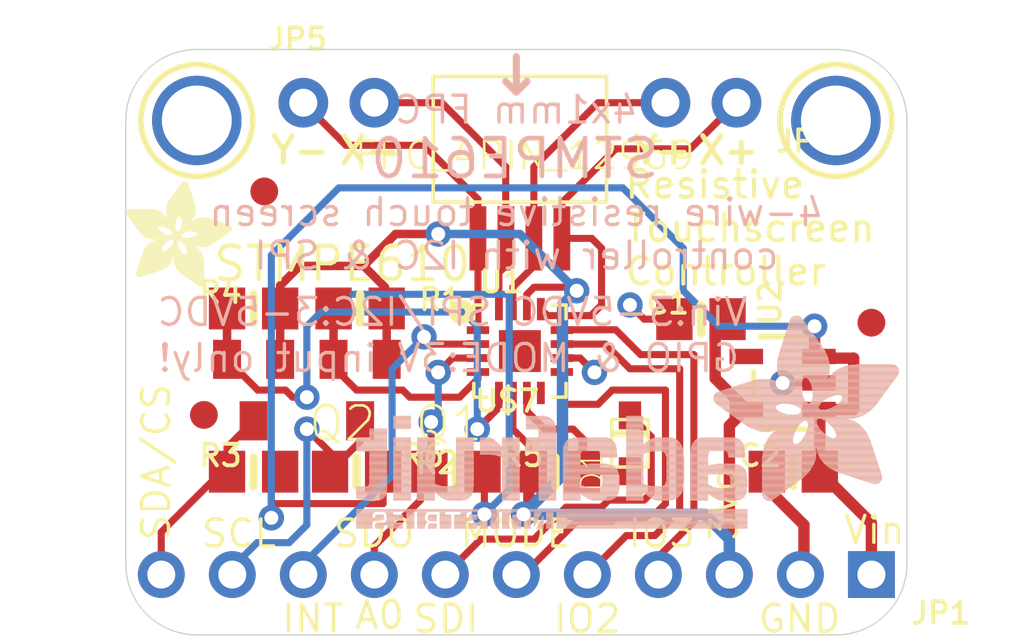
<source format=kicad_pcb>
(kicad_pcb (version 20171130) (host pcbnew "(5.1.5)-3")
  (layers (0 Top signal) (31 Bottom signal) (34 B.Paste user) (35 F.Paste user) (36 B.SilkS user) (37 F.SilkS user) (38 B.Mask user) (39 F.Mask user) (44 Edge.Cuts user))
  (net 0 "")
  (net 1 GND)
  (net 2 +3V3)
  (net 3 +5V)
  (net 4 /X-)
  (net 5 /Y+)
  (net 6 /X+)
  (net 7 /GPIO3)
  (net 8 /GPIO2)
  (net 9 /MODE)
  (net 10 "Net-(U1-PadP$8)")
  (net 11 /MOSI_3V)
  (net 12 /SDA_3V)
  (net 13 /SCL_3V)
  (net 14 /A0)
  (net 15 /INT)
  (net 16 /Y-)
  (net 17 /SDA_5V)
  (net 18 /SCL_5V)
  (net 19 /MOSI_5V)
  (net 20 "Net-(U2-Pad4)")
  (module "Adafruit STMPE610:QFN16_3MM" (layer Top) (at 148.6281 105.3211)
    (fp_text reference U1 (at -1.524 -2.032) (layer F.SilkS) (effects (font (size 0.77216 0.77216) (thickness 0.138988)) (justify left bottom)))
    (fp_text value STMPE610)
    (pad P$16 smd rect (at -0.75 -1.5 270) (size 0.8 0.28) (layers Top F.Paste F.Mask) (net 4 /X-))
    (pad P$15 smd rect (at -0.25 -1.5 270) (size 0.8 0.28) (layers Top F.Paste F.Mask) (net 5 /Y+))
    (pad P$14 smd rect (at 0.25 -1.5 270) (size 0.8 0.28) (layers Top F.Paste F.Mask) (net 2 +3V3))
    (pad P$13 smd rect (at 0.75 -1.5 270) (size 0.8 0.28) (layers Top F.Paste F.Mask) (net 6 /X+))
    (pad P$12 smd rect (at 1.5 -0.75 180) (size 0.8 0.28) (layers Top F.Paste F.Mask) (net 7 /GPIO3))
    (pad P$11 smd rect (at 1.5 -0.25 180) (size 0.8 0.28) (layers Top F.Paste F.Mask) (net 8 /GPIO2))
    (pad P$10 smd rect (at 1.5 0.25 180) (size 0.8 0.28) (layers Top F.Paste F.Mask) (net 1 GND))
    (pad P$9 smd rect (at 1.5 0.75 180) (size 0.8 0.28) (layers Top F.Paste F.Mask) (net 9 /MODE))
    (pad P$8 smd rect (at 0.75 1.5 90) (size 0.8 0.28) (layers Top F.Paste F.Mask) (net 10 "Net-(U1-PadP$8)"))
    (pad P$7 smd rect (at 0.25 1.5 90) (size 0.8 0.28) (layers Top F.Paste F.Mask) (net 11 /MOSI_3V))
    (pad P$6 smd rect (at -0.25 1.5 90) (size 0.8 0.28) (layers Top F.Paste F.Mask) (net 2 +3V3))
    (pad P$5 smd rect (at -0.75 1.5 90) (size 0.8 0.28) (layers Top F.Paste F.Mask) (net 12 /SDA_3V))
    (pad P$4 smd rect (at -1.5 0.75) (size 0.8 0.28) (layers Top F.Paste F.Mask) (net 13 /SCL_3V))
    (pad P$3 smd rect (at -1.5 0.25) (size 0.8 0.28) (layers Top F.Paste F.Mask) (net 14 /A0))
    (pad P$2 smd rect (at -1.5 -0.25) (size 0.8 0.28) (layers Top F.Paste F.Mask) (net 15 /INT))
    (pad P$1 smd rect (at -1.5 -0.75) (size 0.8 0.28) (layers Top F.Paste F.Mask) (net 16 /Y-))
    (pad THERMAL smd rect (at 0 0) (size 1.5 1.5) (layers Top F.Mask))
  )
  (module "Adafruit STMPE610:0805-NO" (layer Top) (at 155.1051 104.1781 180)
    (fp_text reference C1 (at 2.032 0.127) (layer F.SilkS) (effects (font (size 0.77216 0.77216) (thickness 0.138988)) (justify left bottom)))
    (fp_text value 0.1uF)
    (pad 2 smd rect (at 0.95 0 180) (size 1.3 1.5) (layers Top F.Paste F.Mask) (net 1 GND))
    (pad 1 smd rect (at -0.95 0 180) (size 1.3 1.5) (layers Top F.Paste F.Mask) (net 2 +3V3))
  )
  (module "Adafruit STMPE610:MOUNTINGHOLE_2.5_PLATED" (layer Top) (at 137.0711 97.0661)
    (fp_text reference U$4 hide)
    (fp_text value MOUNTINGHOLE2.5 hide)
    (pad P$1 thru_hole circle (at 0 0) (size 3.2 3.2) (drill 2.5) (layers *.Cu *.Mask))
  )
  (module "Adafruit STMPE610:MOUNTINGHOLE_2.5_PLATED" (layer Top) (at 159.9311 97.0661)
    (fp_text reference U$5 hide)
    (fp_text value MOUNTINGHOLE2.5 hide)
    (pad P$1 thru_hole circle (at 0 0) (size 3.2 3.2) (drill 2.5) (layers *.Cu *.Mask))
  )
  (module "Adafruit STMPE610:FIDUCIAL_1MM" (layer Top) (at 139.4841 99.6061)
    (fp_text reference FID1 hide)
    (fp_text value FIDUCIAL"" hide)
    (pad 1 smd roundrect (at 0 0) (size 1 1) (layers Top F.Mask) (roundrect_rratio 0.5))
  )
  (module "Adafruit STMPE610:FIDUCIAL_1MM" (layer Top) (at 161.2011 104.3051)
    (fp_text reference FID2 hide)
    (fp_text value FIDUCIAL"" hide)
    (pad 1 smd roundrect (at 0 0) (size 1 1) (layers Top F.Mask) (roundrect_rratio 0.5))
  )
  (module "Adafruit STMPE610:ADAFRUIT_TEXT_20MM" (layer Bottom) (at 162.3441 111.6711 180)
    (fp_text reference U$6 hide)
    (fp_text value "" hide)
  )
  (module "Adafruit STMPE610:SOT23" (layer Top) (at 139.1031 106.7181 180)
    (fp_text reference Q2 (at -1.905 -1.905) (layer F.SilkS) (effects (font (size 1.2065 1.2065) (thickness 0.09652)) (justify left bottom)))
    (fp_text value BSS138)
    (pad 1 smd rect (at -0.95 1.1 180) (size 1 1.4) (layers Top F.Paste F.Mask) (net 2 +3V3))
    (pad 2 smd rect (at 0.95 1.1 180) (size 1 1.4) (layers Top F.Paste F.Mask) (net 12 /SDA_3V))
    (pad 3 smd rect (at 0 -1.1 180) (size 1 1.4) (layers Top F.Paste F.Mask) (net 17 /SDA_5V))
  )
  (module "Adafruit STMPE610:SOT23" (layer Top) (at 142.9131 106.7181 180)
    (fp_text reference Q1 (at -1.905 -1.905) (layer F.SilkS) (effects (font (size 1.2065 1.2065) (thickness 0.09652)) (justify left bottom)))
    (fp_text value BSS138)
    (pad 1 smd rect (at -0.95 1.1 180) (size 1 1.4) (layers Top F.Paste F.Mask) (net 2 +3V3))
    (pad 2 smd rect (at 0.95 1.1 180) (size 1 1.4) (layers Top F.Paste F.Mask) (net 13 /SCL_3V))
    (pad 3 smd rect (at 0 -1.1 180) (size 1 1.4) (layers Top F.Paste F.Mask) (net 18 /SCL_5V))
  )
  (module "Adafruit STMPE610:0805-NO" (layer Top) (at 142.7861 109.6391)
    (fp_text reference R2 (at 2.032 0.127) (layer F.SilkS) (effects (font (size 0.77216 0.77216) (thickness 0.138988)) (justify left bottom)))
    (fp_text value 10K)
    (pad 2 smd rect (at 0.95 0) (size 1.3 1.5) (layers Top F.Paste F.Mask) (net 3 +5V))
    (pad 1 smd rect (at -0.95 0) (size 1.3 1.5) (layers Top F.Paste F.Mask) (net 18 /SCL_5V))
  )
  (module "Adafruit STMPE610:0805-NO" (layer Top) (at 139.1031 109.6391 180)
    (fp_text reference R3 (at 2.032 0.127) (layer F.SilkS) (effects (font (size 0.77216 0.77216) (thickness 0.138988)) (justify left bottom)))
    (fp_text value 10K)
    (pad 2 smd rect (at 0.95 0 180) (size 1.3 1.5) (layers Top F.Paste F.Mask) (net 17 /SDA_5V))
    (pad 1 smd rect (at -0.95 0 180) (size 1.3 1.5) (layers Top F.Paste F.Mask) (net 3 +5V))
  )
  (module "Adafruit STMPE610:0805-NO" (layer Top) (at 139.1031 103.7971 180)
    (fp_text reference R4 (at 2.032 0.127) (layer F.SilkS) (effects (font (size 0.77216 0.77216) (thickness 0.138988)) (justify left bottom)))
    (fp_text value 10K)
    (pad 2 smd rect (at 0.95 0 180) (size 1.3 1.5) (layers Top F.Paste F.Mask) (net 12 /SDA_3V))
    (pad 1 smd rect (at -0.95 0 180) (size 1.3 1.5) (layers Top F.Paste F.Mask) (net 2 +3V3))
  )
  (module "Adafruit STMPE610:0805-NO" (layer Top) (at 142.9131 103.7971)
    (fp_text reference R1 (at 2.032 0.127) (layer F.SilkS) (effects (font (size 0.77216 0.77216) (thickness 0.138988)) (justify left bottom)))
    (fp_text value 10K)
    (pad 2 smd rect (at 0.95 0) (size 1.3 1.5) (layers Top F.Paste F.Mask) (net 2 +3V3))
    (pad 1 smd rect (at -0.95 0) (size 1.3 1.5) (layers Top F.Paste F.Mask) (net 13 /SCL_3V))
  )
  (module "Adafruit STMPE610:SOD-323F" (layer Top) (at 152.5651 108.6231 90)
    (fp_text reference D1 (at -1.8 -0.9 90) (layer F.SilkS) (effects (font (size 0.77216 0.77216) (thickness 0.061772)) (justify left bottom)))
    (fp_text value 1N4148)
    (pad C smd rect (at 1 0 90) (size 1 0.8) (layers Top F.Paste F.Mask) (net 19 /MOSI_5V))
    (pad A smd rect (at -1 0 90) (size 1 0.8) (layers Top F.Paste F.Mask) (net 11 /MOSI_3V))
  )
  (module "Adafruit STMPE610:0805-NO" (layer Top) (at 158.4071 109.6391 180)
    (fp_text reference C2 (at 2.032 0.127) (layer F.SilkS) (effects (font (size 0.77216 0.77216) (thickness 0.138988)) (justify left bottom)))
    (fp_text value 10uF)
    (pad 2 smd rect (at 0.95 0 180) (size 1.3 1.5) (layers Top F.Paste F.Mask) (net 1 GND))
    (pad 1 smd rect (at -0.95 0 180) (size 1.3 1.5) (layers Top F.Paste F.Mask) (net 3 +5V))
  )
  (module "Adafruit STMPE610:SOT23-5" (layer Top) (at 158.0261 106.4641 90)
    (fp_text reference U2 (at 1.978 0 90) (layer F.SilkS) (effects (font (size 0.77216 0.77216) (thickness 0.138988)) (justify left bottom)))
    (fp_text value MIC5225-3.3)
    (pad 5 smd rect (at -0.95 -1.3001 90) (size 0.55 1.2) (layers Top F.Paste F.Mask) (net 2 +3V3))
    (pad 4 smd rect (at 0.95 -1.3001 90) (size 0.55 1.2) (layers Top F.Paste F.Mask) (net 20 "Net-(U2-Pad4)"))
    (pad 3 smd rect (at 0.95 1.3001 90) (size 0.55 1.2) (layers Top F.Paste F.Mask) (net 3 +5V))
    (pad 2 smd rect (at 0 1.3001 90) (size 0.55 1.2) (layers Top F.Paste F.Mask) (net 1 GND))
    (pad 1 smd rect (at -0.95 1.3001 90) (size 0.55 1.2) (layers Top F.Paste F.Mask) (net 3 +5V))
  )
  (module "Adafruit STMPE610:0805-NO" (layer Top) (at 149.8981 109.6391 180)
    (fp_text reference R5 (at 2.032 0.127) (layer F.SilkS) (effects (font (size 0.77216 0.77216) (thickness 0.138988)) (justify left bottom)))
    (fp_text value 10K)
    (pad 2 smd rect (at 0.95 0 180) (size 1.3 1.5) (layers Top F.Paste F.Mask) (net 2 +3V3))
    (pad 1 smd rect (at -0.95 0 180) (size 1.3 1.5) (layers Top F.Paste F.Mask) (net 11 /MOSI_3V))
  )
  (module "Adafruit STMPE610:0805-NO" (layer Top) (at 146.3421 109.6391 180)
    (fp_text reference R6 (at 2.032 0.127) (layer F.SilkS) (effects (font (size 0.77216 0.77216) (thickness 0.138988)) (justify left bottom)))
    (fp_text value 10K)
    (pad 2 smd rect (at 0.95 0 180) (size 1.3 1.5) (layers Top F.Paste F.Mask) (net 14 /A0))
    (pad 1 smd rect (at -0.95 0 180) (size 1.3 1.5) (layers Top F.Paste F.Mask) (net 1 GND))
  )
  (module "Adafruit STMPE610:1X11_ROUND" (layer Top) (at 148.5011 113.3221 180)
    (fp_text reference JP1 (at -14.0462 -1.8288) (layer F.SilkS) (effects (font (size 0.77216 0.77216) (thickness 0.138988)) (justify left bottom)))
    (fp_text value HEADER-1X11)
    (pad 11 thru_hole circle (at 12.7 0 270) (size 1.6764 1.6764) (drill 1) (layers *.Cu *.Mask) (net 17 /SDA_5V))
    (pad 10 thru_hole circle (at 10.16 0 270) (size 1.6764 1.6764) (drill 1) (layers *.Cu *.Mask) (net 18 /SCL_5V))
    (pad 9 thru_hole circle (at 7.62 0 270) (size 1.6764 1.6764) (drill 1) (layers *.Cu *.Mask) (net 15 /INT))
    (pad 8 thru_hole circle (at 5.08 0 270) (size 1.6764 1.6764) (drill 1) (layers *.Cu *.Mask) (net 14 /A0))
    (pad 7 thru_hole circle (at 2.54 0 270) (size 1.6764 1.6764) (drill 1) (layers *.Cu *.Mask) (net 19 /MOSI_5V))
    (pad 6 thru_hole circle (at 0 0 270) (size 1.6764 1.6764) (drill 1) (layers *.Cu *.Mask) (net 9 /MODE))
    (pad 5 thru_hole circle (at -2.54 0 270) (size 1.6764 1.6764) (drill 1) (layers *.Cu *.Mask) (net 8 /GPIO2))
    (pad 4 thru_hole circle (at -5.08 0 270) (size 1.6764 1.6764) (drill 1) (layers *.Cu *.Mask) (net 7 /GPIO3))
    (pad 3 thru_hole circle (at -7.62 0 270) (size 1.6764 1.6764) (drill 1) (layers *.Cu *.Mask) (net 2 +3V3))
    (pad 2 thru_hole circle (at -10.16 0 270) (size 1.6764 1.6764) (drill 1) (layers *.Cu *.Mask) (net 1 GND))
    (pad 1 thru_hole rect (at -12.7 0 270) (size 1.6764 1.6764) (drill 1) (layers *.Cu *.Mask) (net 3 +5V))
  )
  (module "Adafruit STMPE610:1X02_ROUND" (layer Top) (at 155.1051 96.4311 180)
    (fp_text reference JP4 (at -2.6162 -1.8288) (layer F.SilkS) (effects (font (size 0.77216 0.77216) (thickness 0.138988)) (justify left bottom)))
    (fp_text value HEADER-1X2ROUND)
    (pad 2 thru_hole circle (at 1.27 0 270) (size 1.778 1.778) (drill 1) (layers *.Cu *.Mask) (net 5 /Y+))
    (pad 1 thru_hole circle (at -1.27 0 270) (size 1.778 1.778) (drill 1) (layers *.Cu *.Mask) (net 6 /X+))
  )
  (module "Adafruit STMPE610:1X02_ROUND" (layer Top) (at 142.1511 96.4311)
    (fp_text reference JP5 (at -2.6162 -1.8288) (layer F.SilkS) (effects (font (size 0.77216 0.77216) (thickness 0.138988)) (justify left bottom)))
    (fp_text value HEADER-1X2ROUND)
    (pad 2 thru_hole circle (at 1.27 0 90) (size 1.778 1.778) (drill 1) (layers *.Cu *.Mask) (net 4 /X-))
    (pad 1 thru_hole circle (at -1.27 0 90) (size 1.778 1.778) (drill 1) (layers *.Cu *.Mask) (net 16 /Y-))
  )
  (module "Adafruit STMPE610:FPC_CONN_1MM_DUAL_4P" (layer Top) (at 148.6281 99.9871 180)
    (fp_text reference U$7 (at 1.686 -7.573) (layer F.SilkS) (effects (font (size 0.77216 0.77216) (thickness 0.138988)) (justify left bottom)))
    (fp_text value FPC_4PIN_12969 (at 5.983 1.101) (layer F.SilkS) (effects (font (size 0.9652 0.9652) (thickness 0.09652)) (justify left bottom)))
    (pad 4 smd rect (at 1.5 -1.3 270) (size 2.3 0.6) (layers Top F.Paste F.Mask) (net 16 /Y-))
    (pad 3 smd rect (at 0.5 -1.3 270) (size 2.3 0.6) (layers Top F.Paste F.Mask) (net 4 /X-))
    (pad 2 smd rect (at -0.5 -1.3 270) (size 2.3 0.6) (layers Top F.Paste F.Mask) (net 5 /Y+))
    (pad 1 smd rect (at -1.5 -1.3 270) (size 2.3 0.6) (layers Top F.Paste F.Mask) (net 6 /X+))
  )
  (module "Adafruit STMPE610:ADAFRUIT_3.5MM" (layer Top) (at 134.5311 103.0351)
    (fp_text reference U$8 hide)
    (fp_text value "" hide)
  )
  (module "Adafruit STMPE610:FIDUCIAL_1MM" (layer Top) (at 137.3251 107.6071)
    (fp_text reference FID3 hide)
    (fp_text value FIDUCIAL"" hide)
    (pad 1 smd roundrect (at 0 0) (size 1 1) (layers Top F.Mask) (roundrect_rratio 0.5))
  )
  (gr_text Y- (at 141.8971 97.5741) (layer F.SilkS) (effects (font (size 0.9652 0.9652) (thickness 0.18288)) (justify right top)))
  (gr_text X+ (at 157.2641 97.5741) (layer F.SilkS) (effects (font (size 0.9652 0.9652) (thickness 0.18288)) (justify right top)))
  (gr_text Y+ (at 154.8511 97.5741) (layer F.SilkS) (effects (font (size 0.9652 0.9652) (thickness 0.18288)) (justify right top)))
  (gr_text X- (at 144.4371 97.5741) (layer F.SilkS) (effects (font (size 0.9652 0.9652) (thickness 0.18288)) (justify right top)))
  (gr_text Vin (at 162.4711 111.1631) (layer F.SilkS) (effects (font (size 0.9652 0.9652) (thickness 0.12192)) (justify right top)))
  (gr_text GND (at 160.1851 114.3381) (layer F.SilkS) (effects (font (size 0.9652 0.9652) (thickness 0.12192)) (justify right top)))
  (gr_text SCL (at 139.9921 111.2901) (layer F.SilkS) (effects (font (size 0.9652 0.9652) (thickness 0.12192)) (justify right top)))
  (gr_text SDA/CS (at 136.1821 112.1791 90) (layer F.SilkS) (effects (font (size 0.9652 0.9652) (thickness 0.12192)) (justify left bottom)))
  (gr_text A0 (at 144.5641 114.2111) (layer F.SilkS) (effects (font (size 0.9652 0.9652) (thickness 0.12192)) (justify right top)))
  (gr_text INT (at 142.4051 114.3381) (layer F.SilkS) (effects (font (size 0.9652 0.9652) (thickness 0.12192)) (justify right top)))
  (gr_text STMPE610 (at 137.5791 102.9081) (layer F.SilkS) (effects (font (size 1.2065 1.2065) (thickness 0.1524)) (justify left bottom)))
  (gr_text "Resistive\nTouchscreen\nController" (at 152.3111 103.0351) (layer F.SilkS) (effects (font (size 0.9652 0.9652) (thickness 0.14224)) (justify left bottom)))
  (gr_line (start 162.4711 97.0661) (end 162.4711 112.9411) (layer Edge.Cuts) (width 0.05))
  (gr_arc (start 159.9311 112.9411) (end 162.4711 112.9411) (angle 90) (layer Edge.Cuts) (width 0.05))
  (gr_line (start 159.9311 115.4811) (end 137.0711 115.4811) (layer Edge.Cuts) (width 0.05))
  (gr_arc (start 137.0711 112.9411) (end 137.0711 115.4811) (angle 90) (layer Edge.Cuts) (width 0.05))
  (gr_line (start 134.5311 112.9411) (end 134.5311 97.0661) (layer Edge.Cuts) (width 0.05))
  (gr_arc (start 137.0711 97.0661) (end 134.5311 97.0661) (angle 90) (layer Edge.Cuts) (width 0.05))
  (gr_line (start 137.0711 94.5261) (end 159.9311 94.5261) (layer Edge.Cuts) (width 0.05))
  (gr_arc (start 159.9311 97.0661) (end 159.9311 94.5261) (angle 90) (layer Edge.Cuts) (width 0.05))
  (gr_text MODE (at 150.5331 111.2901) (layer F.SilkS) (effects (font (size 0.9652 0.9652) (thickness 0.12192)) (justify right top)))
  (gr_text 3Vo (at 156.5021 112.1791 90) (layer F.SilkS) (effects (font (size 0.9652 0.9652) (thickness 0.12192)) (justify left bottom)))
  (gr_text IO3 (at 154.9781 111.2901) (layer F.SilkS) (effects (font (size 0.9652 0.9652) (thickness 0.12192)) (justify right top)))
  (gr_text IO2 (at 152.3111 114.3381) (layer F.SilkS) (effects (font (size 0.9652 0.9652) (thickness 0.12192)) (justify right top)))
  (gr_text SDI (at 147.2311 114.3381) (layer F.SilkS) (effects (font (size 0.9652 0.9652) (thickness 0.12192)) (justify right top)))
  (gr_text SDO (at 144.9451 111.2901) (layer F.SilkS) (effects (font (size 0.9652 0.9652) (thickness 0.12192)) (justify right top)))
  (gr_text STMPE610 (at 153.7081 99.2251) (layer B.SilkS) (effects (font (size 1.35128 1.35128) (thickness 0.170688)) (justify left bottom mirror)))
  (gr_text "4x1mm FPC" (at 148.5011 96.6851) (layer B.SilkS) (effects (font (size 0.9652 0.9652) (thickness 0.12192)) (justify mirror)))
  (gr_line (start 148.5011 94.7801) (end 148.5011 96.0501) (layer B.SilkS) (width 0.254))
  (gr_line (start 148.5011 96.0501) (end 148.1201 95.6691) (layer B.SilkS) (width 0.254))
  (gr_line (start 148.5011 96.0501) (end 148.8821 95.6691) (layer B.SilkS) (width 0.254))
  (gr_text "4-wire resistive touch screen\ncontroller with I2C & SPI" (at 148.5011 101.1301) (layer B.SilkS) (effects (font (size 0.9652 0.9652) (thickness 0.12192)) (justify mirror)))
  (gr_text "Vin:3-5VDC SPI/I2C:3-5VDC" (at 146.2151 103.9241) (layer B.SilkS) (effects (font (size 0.9652 0.9652) (thickness 0.12192)) (justify mirror)))
  (gr_text "GPIO & MODE:3V input only!" (at 146.0881 105.5751) (layer B.SilkS) (effects (font (size 0.9652 0.9652) (thickness 0.12192)) (justify mirror)))
  (segment (start 159.3262 106.4641) (end 158.0261 106.4641) (width 0.254) (layer Top) (net 1))
  (via (at 158.0261 106.4641) (size 0.9064) (drill 0.5) (layers Top Bottom) (net 1))
  (via (at 152.5651 103.6701) (size 0.9064) (drill 0.5) (layers Top Bottom) (net 1))
  (via (at 151.2951 106.0831) (size 0.9064) (drill 0.5) (layers Top Bottom) (net 1))
  (segment (start 151.2951 106.0831) (end 151.4221 106.0831) (width 0.254) (layer Bottom) (net 1))
  (segment (start 151.4221 106.0831) (end 151.4221 105.9561) (width 0.254) (layer Bottom) (net 1))
  (segment (start 147.2921 109.6391) (end 147.3581 109.5731) (width 0.254) (layer Top) (net 1))
  (segment (start 147.3581 109.5731) (end 147.3581 111.1631) (width 0.254) (layer Top) (net 1))
  (via (at 147.3581 111.1631) (size 0.9064) (drill 0.5) (layers Top Bottom) (net 1))
  (segment (start 147.3581 111.1631) (end 148.2471 110.2741) (width 0.254) (layer Bottom) (net 1))
  (segment (start 148.2471 110.2741) (end 148.2471 103.2891) (width 0.254) (layer Bottom) (net 1))
  (segment (start 148.2471 103.2891) (end 142.6591 103.2891) (width 0.254) (layer Bottom) (net 1))
  (segment (start 150.1281 105.5711) (end 150.7831 105.5711) (width 0.254) (layer Top) (net 1))
  (segment (start 150.7831 105.5711) (end 151.2951 106.0831) (width 0.254) (layer Top) (net 1))
  (segment (start 152.5651 103.6701) (end 153.0731 104.1781) (width 0.254) (layer Top) (net 1))
  (segment (start 153.0731 104.1781) (end 154.1551 104.1781) (width 0.254) (layer Top) (net 1))
  (segment (start 157.4571 109.6391) (end 157.4571 110.2131) (width 0.4064) (layer Top) (net 1))
  (segment (start 157.4571 110.2131) (end 158.7881 111.5441) (width 0.4064) (layer Top) (net 1))
  (segment (start 158.7881 111.5441) (end 158.7881 113.3221) (width 0.4064) (layer Top) (net 1))
  (segment (start 158.7881 113.3221) (end 158.6611 113.3221) (width 0.4064) (layer Top) (net 1))
  (segment (start 147.1281 105.5711) (end 146.2191 105.5711) (width 0.254) (layer Top) (net 14))
  (segment (start 146.2191 105.5711) (end 145.7071 106.0831) (width 0.254) (layer Top) (net 14))
  (via (at 145.7071 106.0831) (size 0.9064) (drill 0.5) (layers Top Bottom) (net 14))
  (segment (start 145.3921 109.6391) (end 145.0721 109.9591) (width 0.254) (layer Top) (net 14))
  (segment (start 145.0721 109.9591) (end 145.0721 110.6551) (width 0.254) (layer Top) (net 14))
  (segment (start 145.0721 110.6551) (end 143.4211 112.3061) (width 0.254) (layer Top) (net 14))
  (segment (start 143.4211 112.3061) (end 143.4211 113.3221) (width 0.254) (layer Top) (net 14))
  (segment (start 145.7071 106.0831) (end 145.7071 107.6071) (width 0.254) (layer Bottom) (net 14))
  (segment (start 145.7071 107.6071) (end 145.4531 107.8611) (width 0.254) (layer Bottom) (net 14))
  (via (at 145.4531 107.8611) (size 0.9064) (drill 0.5) (layers Top Bottom) (net 14))
  (segment (start 145.4531 107.8611) (end 145.4531 109.5781) (width 0.254) (layer Top) (net 14))
  (segment (start 145.3921 109.6391) (end 145.4531 109.5781) (width 0.254) (layer Top) (net 14))
  (via (at 145.1991 104.8131) (size 0.9064) (drill 0.5) (layers Top Bottom) (net 15))
  (segment (start 145.1991 104.8131) (end 144.0561 105.9561) (width 0.254) (layer Bottom) (net 15))
  (segment (start 144.0561 105.9561) (end 144.0561 109.7661) (width 0.254) (layer Bottom) (net 15))
  (segment (start 144.0561 109.7661) (end 140.8811 112.9411) (width 0.254) (layer Bottom) (net 15))
  (segment (start 145.1991 104.8131) (end 145.4571 105.0711) (width 0.254) (layer Top) (net 15))
  (segment (start 145.4571 105.0711) (end 147.1281 105.0711) (width 0.254) (layer Top) (net 15))
  (segment (start 140.8811 112.9411) (end 140.8811 113.3221) (width 0.254) (layer Bottom) (net 15))
  (segment (start 150.1281 105.0711) (end 151.6801 105.0711) (width 0.254) (layer Top) (net 8))
  (segment (start 151.6801 105.0711) (end 152.5651 105.9561) (width 0.254) (layer Top) (net 8))
  (segment (start 152.5651 105.9561) (end 154.3431 105.9561) (width 0.254) (layer Top) (net 8))
  (segment (start 154.3431 105.9561) (end 154.3431 111.0361) (width 0.254) (layer Top) (net 8))
  (segment (start 154.3431 111.0361) (end 153.4541 111.9251) (width 0.254) (layer Top) (net 8))
  (segment (start 153.4541 111.9251) (end 152.4381 111.9251) (width 0.254) (layer Top) (net 8))
  (segment (start 152.4381 111.9251) (end 151.0411 113.3221) (width 0.254) (layer Top) (net 8))
  (segment (start 154.8511 105.4481) (end 152.9461 105.4481) (width 0.254) (layer Top) (net 7))
  (segment (start 152.9461 105.4481) (end 152.0571 104.5591) (width 0.254) (layer Top) (net 7))
  (segment (start 152.0571 104.5591) (end 150.1401 104.5591) (width 0.254) (layer Top) (net 7))
  (segment (start 150.1401 104.5591) (end 150.1281 104.5711) (width 0.254) (layer Top) (net 7))
  (segment (start 154.8511 105.4481) (end 154.8511 111.4171) (width 0.254) (layer Top) (net 7))
  (segment (start 154.8511 111.4171) (end 153.5811 112.6871) (width 0.254) (layer Top) (net 7))
  (segment (start 153.5811 112.6871) (end 153.5811 113.3221) (width 0.254) (layer Top) (net 7))
  (segment (start 148.3781 103.8211) (end 148.3781 103.0311) (width 0.254) (layer Top) (net 5))
  (segment (start 148.3781 103.0311) (end 149.1361 102.2731) (width 0.254) (layer Top) (net 5))
  (segment (start 149.1281 98.7251) (end 151.4221 96.4311) (width 0.254) (layer Top) (net 5))
  (segment (start 151.4221 96.4311) (end 153.8351 96.4311) (width 0.254) (layer Top) (net 5))
  (segment (start 149.1281 98.7251) (end 149.1281 101.2871) (width 0.254) (layer Top) (net 5))
  (segment (start 149.1361 102.2731) (end 149.1361 101.2951) (width 0.254) (layer Top) (net 5))
  (segment (start 149.1361 101.2951) (end 149.1281 101.2871) (width 0.254) (layer Top) (net 5))
  (segment (start 147.1281 104.5711) (end 147.1281 101.2871) (width 0.254) (layer Top) (net 16))
  (segment (start 140.8811 96.4311) (end 142.4051 97.9551) (width 0.254) (layer Top) (net 16))
  (segment (start 142.4051 97.9551) (end 145.1991 97.9551) (width 0.254) (layer Top) (net 16))
  (segment (start 145.1991 97.9551) (end 147.1281 99.8841) (width 0.254) (layer Top) (net 16))
  (segment (start 147.1281 99.8841) (end 147.1281 101.2871) (width 0.254) (layer Top) (net 16))
  (segment (start 151.1681 104.0511) (end 151.5491 103.6701) (width 0.254) (layer Top) (net 6))
  (segment (start 151.5491 103.6701) (end 151.5491 101.6381) (width 0.254) (layer Top) (net 6))
  (segment (start 151.5491 101.6381) (end 151.1981 101.2871) (width 0.254) (layer Top) (net 6))
  (segment (start 151.1981 101.2871) (end 150.1281 101.2871) (width 0.254) (layer Top) (net 6))
  (segment (start 156.3751 96.4311) (end 154.7241 98.0821) (width 0.254) (layer Top) (net 6))
  (segment (start 154.7241 98.0821) (end 152.0571 98.0821) (width 0.254) (layer Top) (net 6))
  (segment (start 152.0571 98.0821) (end 150.1281 100.0111) (width 0.254) (layer Top) (net 6))
  (segment (start 150.1281 100.0111) (end 150.1281 101.2871) (width 0.254) (layer Top) (net 6))
  (segment (start 149.3781 103.8211) (end 149.6081 104.0511) (width 0.254) (layer Top) (net 6))
  (segment (start 149.6081 104.0511) (end 151.1681 104.0511) (width 0.254) (layer Top) (net 6))
  (segment (start 147.8781 103.8211) (end 147.8781 102.5151) (width 0.254) (layer Top) (net 4))
  (segment (start 147.8781 102.5151) (end 148.1201 102.2731) (width 0.254) (layer Top) (net 4))
  (segment (start 143.4211 96.4311) (end 145.8341 96.4311) (width 0.254) (layer Top) (net 4))
  (segment (start 145.8341 96.4311) (end 148.1201 98.7171) (width 0.254) (layer Top) (net 4))
  (segment (start 148.1201 98.7171) (end 148.1201 101.2791) (width 0.254) (layer Top) (net 4))
  (segment (start 148.1201 102.2731) (end 148.1201 101.2951) (width 0.254) (layer Top) (net 4))
  (segment (start 148.1201 101.2951) (end 148.1281 101.2871) (width 0.254) (layer Top) (net 4))
  (segment (start 148.1201 101.2791) (end 148.1281 101.2871) (width 0.254) (layer Top) (net 4))
  (segment (start 138.1531 103.7971) (end 138.1531 105.3821) (width 0.3048) (layer Top) (net 12))
  (via (at 141.0081 106.9721) (size 0.9064) (drill 0.5) (layers Top Bottom) (net 12))
  (segment (start 141.0081 106.9721) (end 141.0081 104.4321) (width 0.254) (layer Bottom) (net 12))
  (segment (start 141.0081 104.4321) (end 141.5161 103.9241) (width 0.254) (layer Bottom) (net 12))
  (segment (start 141.5161 103.9241) (end 146.5961 103.9241) (width 0.254) (layer Bottom) (net 12))
  (segment (start 146.5961 103.9241) (end 147.1041 104.4321) (width 0.254) (layer Bottom) (net 12))
  (segment (start 147.1041 104.4321) (end 147.1041 108.1151) (width 0.254) (layer Bottom) (net 12))
  (via (at 147.1041 108.1151) (size 0.9064) (drill 0.5) (layers Top Bottom) (net 12))
  (segment (start 147.1041 108.1151) (end 147.8781 107.3411) (width 0.254) (layer Top) (net 12))
  (segment (start 147.8781 107.3411) (end 147.8781 106.8211) (width 0.254) (layer Top) (net 12))
  (segment (start 138.1531 105.3821) (end 138.1531 105.6181) (width 0.254) (layer Top) (net 12))
  (segment (start 138.1531 105.6181) (end 139.2531 106.7181) (width 0.254) (layer Top) (net 12))
  (segment (start 139.2531 106.7181) (end 140.2461 106.7181) (width 0.254) (layer Top) (net 12))
  (segment (start 140.2461 106.7181) (end 140.5001 106.9721) (width 0.254) (layer Top) (net 12))
  (segment (start 140.5001 106.9721) (end 141.0081 106.9721) (width 0.254) (layer Top) (net 12))
  (segment (start 141.9631 105.6181) (end 141.9631 103.7971) (width 0.3048) (layer Top) (net 13))
  (segment (start 141.9631 105.6181) (end 141.9631 105.8951) (width 0.254) (layer Top) (net 13))
  (segment (start 141.9631 105.8951) (end 142.7861 106.7181) (width 0.254) (layer Top) (net 13))
  (segment (start 142.7861 106.7181) (end 144.4371 106.7181) (width 0.254) (layer Top) (net 13))
  (segment (start 144.4371 106.7181) (end 144.6911 106.9721) (width 0.254) (layer Top) (net 13))
  (segment (start 144.6911 106.9721) (end 146.4691 106.9721) (width 0.254) (layer Top) (net 13))
  (segment (start 146.4691 106.9721) (end 147.1281 106.3131) (width 0.254) (layer Top) (net 13))
  (segment (start 147.1281 106.3131) (end 147.1281 106.0711) (width 0.254) (layer Top) (net 13))
  (segment (start 139.1031 107.8181) (end 138.1531 108.7681) (width 0.254) (layer Top) (net 17))
  (segment (start 138.1531 108.7681) (end 138.1531 109.6391) (width 0.254) (layer Top) (net 17))
  (segment (start 138.1531 109.6391) (end 137.9601 109.6391) (width 0.254) (layer Top) (net 17))
  (segment (start 137.9601 109.6391) (end 135.8011 111.7981) (width 0.254) (layer Top) (net 17))
  (segment (start 135.8011 111.7981) (end 135.8011 113.3221) (width 0.254) (layer Top) (net 17))
  (segment (start 141.8361 109.6391) (end 142.9131 108.5621) (width 0.254) (layer Top) (net 18))
  (segment (start 142.9131 108.5621) (end 142.9131 107.8181) (width 0.254) (layer Top) (net 18))
  (segment (start 141.8361 109.6391) (end 141.8361 108.9431) (width 0.254) (layer Top) (net 18))
  (segment (start 141.8361 108.9431) (end 141.0081 108.1151) (width 0.254) (layer Top) (net 18))
  (via (at 141.0081 108.1151) (size 0.9064) (drill 0.5) (layers Top Bottom) (net 18))
  (segment (start 141.0081 111.5441) (end 141.0081 108.1151) (width 0.254) (layer Bottom) (net 18))
  (segment (start 141.0081 111.5441) (end 140.3731 112.1791) (width 0.254) (layer Bottom) (net 18))
  (segment (start 140.3731 112.1791) (end 139.2301 112.1791) (width 0.254) (layer Bottom) (net 18))
  (segment (start 139.2301 112.1791) (end 138.3411 113.0681) (width 0.254) (layer Bottom) (net 18))
  (segment (start 138.3411 113.0681) (end 138.3411 113.3221) (width 0.254) (layer Bottom) (net 18))
  (segment (start 140.0531 103.7971) (end 140.0531 105.6181) (width 0.3048) (layer Top) (net 2))
  (segment (start 143.8631 105.6181) (end 143.8631 103.7971) (width 0.3048) (layer Top) (net 2))
  (segment (start 140.0531 103.7971) (end 140.0531 102.9741) (width 0.3048) (layer Top) (net 2))
  (segment (start 140.0531 102.9741) (end 140.7541 102.2731) (width 0.3048) (layer Top) (net 2))
  (segment (start 140.7541 102.2731) (end 143.0401 102.2731) (width 0.3048) (layer Top) (net 2))
  (segment (start 143.0401 102.2731) (end 143.8021 103.0351) (width 0.3048) (layer Top) (net 2))
  (segment (start 143.8021 103.0351) (end 143.8021 103.7361) (width 0.3048) (layer Top) (net 2))
  (segment (start 143.8021 103.7361) (end 143.8631 103.7971) (width 0.3048) (layer Top) (net 2))
  (segment (start 148.3781 106.8211) (end 148.3781 108.1191) (width 0.254) (layer Top) (net 2))
  (segment (start 148.3781 108.1191) (end 148.9481 108.6891) (width 0.254) (layer Top) (net 2))
  (segment (start 148.9481 108.6891) (end 148.9481 109.6391) (width 0.254) (layer Top) (net 2))
  (segment (start 148.8781 103.8211) (end 148.8781 103.2931) (width 0.254) (layer Top) (net 2))
  (segment (start 148.8781 103.2931) (end 149.1361 103.0351) (width 0.254) (layer Top) (net 2))
  (segment (start 149.1361 103.0351) (end 150.5331 103.0351) (width 0.254) (layer Top) (net 2))
  (segment (start 150.5331 103.0351) (end 150.6601 103.1621) (width 0.254) (layer Top) (net 2))
  (via (at 150.6601 103.1621) (size 0.9064) (drill 0.5) (layers Top Bottom) (net 2))
  (segment (start 156.726 107.4141) (end 155.6131 106.3012) (width 0.4064) (layer Top) (net 2))
  (segment (start 155.6131 106.3012) (end 155.6131 104.5591) (width 0.4064) (layer Top) (net 2))
  (segment (start 156.6951 107.4141) (end 156.726 107.4141) (width 0.254) (layer Top) (net 2))
  (segment (start 148.9481 109.6391) (end 148.9481 110.9701) (width 0.4064) (layer Top) (net 2))
  (segment (start 148.9481 110.9701) (end 148.7551 111.1631) (width 0.4064) (layer Top) (net 2))
  (via (at 148.7551 111.1631) (size 0.9064) (drill 0.5) (layers Top Bottom) (net 2))
  (segment (start 148.7551 111.1631) (end 150.1521 109.7661) (width 0.4064) (layer Bottom) (net 2))
  (segment (start 150.1521 109.7661) (end 150.1521 103.6701) (width 0.4064) (layer Bottom) (net 2))
  (segment (start 150.1521 103.6701) (end 150.6601 103.1621) (width 0.4064) (layer Bottom) (net 2))
  (segment (start 155.6131 104.5591) (end 155.9941 104.1781) (width 0.254) (layer Top) (net 2))
  (segment (start 155.9941 104.1781) (end 156.0551 104.1781) (width 0.254) (layer Top) (net 2))
  (segment (start 156.6951 107.4141) (end 156.1211 107.9881) (width 0.4064) (layer Top) (net 2))
  (segment (start 148.7551 111.1631) (end 155.2321 111.1631) (width 0.4064) (layer Bottom) (net 2))
  (segment (start 143.0401 102.2731) (end 144.1831 101.1301) (width 0.3048) (layer Top) (net 2))
  (segment (start 144.1831 101.1301) (end 145.7071 101.1301) (width 0.3048) (layer Top) (net 2))
  (via (at 145.7071 101.1301) (size 0.9064) (drill 0.5) (layers Top Bottom) (net 2))
  (segment (start 145.7071 101.1301) (end 148.6281 101.1301) (width 0.3048) (layer Bottom) (net 2))
  (segment (start 148.6281 101.1301) (end 150.6601 103.1621) (width 0.3048) (layer Bottom) (net 2))
  (segment (start 156.1211 107.9881) (end 156.1211 113.3221) (width 0.4064) (layer Top) (net 2))
  (segment (start 155.2321 111.1631) (end 156.1211 112.0521) (width 0.4064) (layer Bottom) (net 2))
  (segment (start 156.1211 112.0521) (end 156.1211 113.3221) (width 0.4064) (layer Bottom) (net 2))
  (segment (start 143.7361 109.6391) (end 143.7361 110.7821) (width 0.254) (layer Top) (net 3))
  (segment (start 143.7361 110.7821) (end 139.7381 110.7821) (width 0.254) (layer Top) (net 3))
  (segment (start 139.7381 110.7821) (end 139.7381 109.6391) (width 0.254) (layer Top) (net 3))
  (segment (start 139.7381 109.6391) (end 140.0531 109.6391) (width 0.254) (layer Top) (net 3))
  (segment (start 159.3571 109.6391) (end 159.3571 107.445) (width 0.4064) (layer Top) (net 3))
  (segment (start 159.3571 107.445) (end 159.3262 107.4141) (width 0.254) (layer Top) (net 3))
  (segment (start 139.7381 110.7821) (end 139.7381 111.2901) (width 0.254) (layer Top) (net 3))
  (via (at 139.7381 111.2901) (size 0.9064) (drill 0.5) (layers Top Bottom) (net 3))
  (segment (start 139.7381 111.2901) (end 139.7381 101.8921) (width 0.254) (layer Bottom) (net 3))
  (segment (start 142.1511 99.4791) (end 152.3111 99.4791) (width 0.254) (layer Bottom) (net 3))
  (segment (start 152.3111 99.4791) (end 154.4701 101.6381) (width 0.254) (layer Bottom) (net 3))
  (segment (start 154.4701 101.6381) (end 154.4701 103.1621) (width 0.254) (layer Bottom) (net 3))
  (segment (start 154.4701 103.1621) (end 155.7401 104.4321) (width 0.254) (layer Bottom) (net 3))
  (segment (start 155.7401 104.4321) (end 159.1691 104.4321) (width 0.254) (layer Bottom) (net 3))
  (via (at 159.1691 104.4321) (size 0.9064) (drill 0.5) (layers Top Bottom) (net 3))
  (segment (start 159.3262 107.4141) (end 160.5661 107.4141) (width 0.4064) (layer Top) (net 3))
  (segment (start 160.5661 107.4141) (end 160.5661 105.5751) (width 0.4064) (layer Top) (net 3))
  (segment (start 160.5661 105.5751) (end 159.3262 105.5751) (width 0.4064) (layer Top) (net 3))
  (segment (start 159.3262 105.5751) (end 159.3262 105.5141) (width 0.4064) (layer Top) (net 3))
  (segment (start 159.3262 105.5141) (end 159.1691 105.5141) (width 0.4064) (layer Top) (net 3))
  (segment (start 159.1691 105.5141) (end 159.1691 104.4321) (width 0.4064) (layer Top) (net 3))
  (segment (start 159.3571 109.6391) (end 161.2011 111.4831) (width 0.4064) (layer Top) (net 3))
  (segment (start 142.1511 99.4791) (end 139.7381 101.8921) (width 0.254) (layer Bottom) (net 3))
  (segment (start 161.2011 111.4831) (end 161.2011 113.3221) (width 0.4064) (layer Top) (net 3))
  (segment (start 148.8781 106.8211) (end 148.8781 107.4761) (width 0.254) (layer Top) (net 11))
  (segment (start 148.8781 107.4761) (end 149.5171 108.1151) (width 0.254) (layer Top) (net 11))
  (segment (start 149.5171 108.1151) (end 150.5331 108.1151) (width 0.254) (layer Top) (net 11))
  (segment (start 150.5331 108.1151) (end 150.8481 108.4301) (width 0.254) (layer Top) (net 11))
  (segment (start 150.9141 108.4961) (end 150.8481 108.4301) (width 0.254) (layer Top) (net 11))
  (segment (start 150.8481 108.4301) (end 150.8481 109.6391) (width 0.254) (layer Top) (net 11))
  (segment (start 152.5651 109.6231) (end 150.9141 109.6231) (width 0.254) (layer Top) (net 11))
  (segment (start 150.9141 109.6231) (end 150.9141 108.4961) (width 0.254) (layer Top) (net 11))
  (segment (start 152.5651 107.6231) (end 153.3271 108.3851) (width 0.254) (layer Top) (net 19))
  (segment (start 153.3271 108.3851) (end 153.3271 110.4011) (width 0.254) (layer Top) (net 19))
  (segment (start 153.3271 110.4011) (end 153.0731 110.6551) (width 0.254) (layer Top) (net 19))
  (segment (start 153.0731 110.6551) (end 151.8031 110.6551) (width 0.254) (layer Top) (net 19))
  (segment (start 147.2311 112.0521) (end 145.9611 113.3221) (width 0.254) (layer Top) (net 19))
  (segment (start 147.2311 112.0521) (end 149.1361 112.0521) (width 0.254) (layer Top) (net 19))
  (segment (start 149.1361 112.0521) (end 150.2791 110.9091) (width 0.254) (layer Top) (net 19))
  (segment (start 150.2791 110.9091) (end 151.5491 110.9091) (width 0.254) (layer Top) (net 19))
  (segment (start 151.5491 110.9091) (end 151.8031 110.6551) (width 0.254) (layer Top) (net 19))
  (segment (start 153.8351 106.7181) (end 151.9301 106.7181) (width 0.254) (layer Top) (net 9))
  (segment (start 151.9301 106.7181) (end 151.4221 107.2261) (width 0.254) (layer Top) (net 9))
  (segment (start 151.4221 107.2261) (end 150.1281 107.2261) (width 0.254) (layer Top) (net 9))
  (segment (start 150.1281 107.2261) (end 150.1281 106.0711) (width 0.254) (layer Top) (net 9))
  (segment (start 153.8351 110.7821) (end 153.8351 106.7181) (width 0.254) (layer Top) (net 9))
  (segment (start 153.8351 110.7821) (end 153.3271 111.2901) (width 0.254) (layer Top) (net 9))
  (segment (start 153.3271 111.2901) (end 152.0571 111.2901) (width 0.254) (layer Top) (net 9))
  (segment (start 152.0571 111.2901) (end 151.9301 111.4171) (width 0.254) (layer Top) (net 9))
  (segment (start 151.9301 111.4171) (end 150.6601 111.4171) (width 0.254) (layer Top) (net 9))
  (segment (start 150.6601 111.4171) (end 148.7551 113.3221) (width 0.254) (layer Top) (net 9))
  (segment (start 148.7551 113.3221) (end 148.5011 113.3221) (width 0.254) (layer Top) (net 9))
)
</source>
